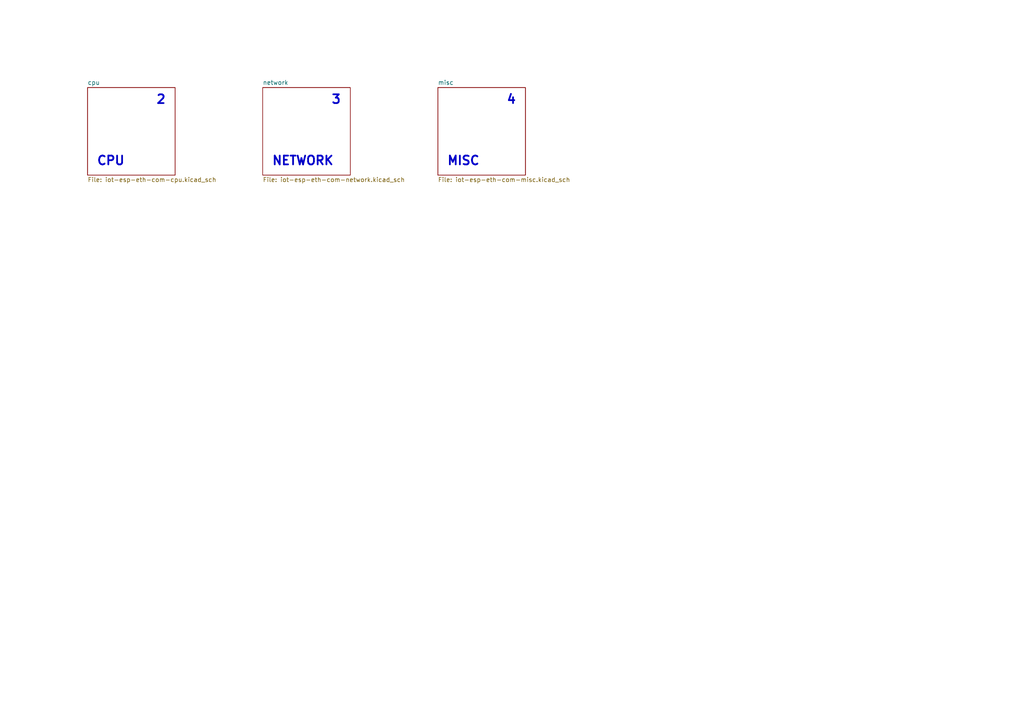
<source format=kicad_sch>
(kicad_sch (version 20211123) (generator eeschema)
  (paper "A4")
  (title_block (title "IOT ESP Ethernet") (date "2023-12-30") (rev "1") (company "Uysan"))
  (lib_symbols)
  (text "NETWORK" (at 78.74 48.26 0) (effects (font (size 2.54 2.54) (thickness 0.508) bold) (justify left bottom)))
  (text "MISC" (at 129.54 48.26 0) (effects (font (size 2.54 2.54) (thickness 0.508) bold) (justify left bottom)))
  (text "2" (at 48.26 30.48 180) (effects (font (size 2.54 2.54) (thickness 0.508) bold) (justify right bottom)))
  (text "3" (at 99.06 30.48 180) (effects (font (size 2.54 2.54) (thickness 0.508) bold) (justify right bottom)))
  (text "4" (at 149.86 30.48 180) (effects (font (size 2.54 2.54) (thickness 0.508) bold) (justify right bottom)))
  (text "CPU" (at 27.94 48.26 0) (effects (font (size 2.54 2.54) (thickness 0.508) bold) (justify left bottom)))
  (sheet (at 25.4 25.4) (size 25.4 25.4)
    (property "Sheet name" "cpu" (at 25.4 24.6884 0) (effects (justify left bottom)))
    (property "Sheet file" "iot-esp-eth-com-cpu.kicad_sch" (at 25.4 51.3846 0) (effects (justify left top)))
  )
  (sheet (at 76.2 25.4) (size 25.4 25.4)
    (property "Sheet name" "network" (at 76.2 24.6884 0) (effects (justify left bottom)))
    (property "Sheet file" "iot-esp-eth-com-network.kicad_sch" (at 76.2 51.3846 0) (effects (justify left top)))
  )
  (sheet (at 127 25.4) (size 25.4 25.4)
    (property "Sheet name" "misc" (at 127 24.6884 0) (effects (justify left bottom)))
    (property "Sheet file" "iot-esp-eth-com-misc.kicad_sch" (at 127 51.3846 0) (effects (justify left top)))
  )
)
</source>
